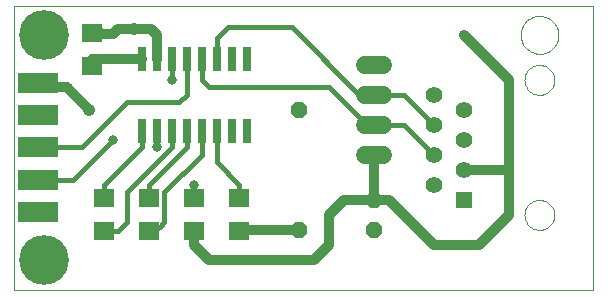
<source format=gtl>
G75*
G70*
%OFA0B0*%
%FSLAX24Y24*%
%IPPOS*%
%LPD*%
%AMOC8*
5,1,8,0,0,1.08239X$1,22.5*
%
%ADD10C,0.0000*%
%ADD11R,0.0260X0.0800*%
%ADD12R,0.0709X0.0630*%
%ADD13OC8,0.0520*%
%ADD14C,0.0554*%
%ADD15R,0.0554X0.0554*%
%ADD16R,0.1378X0.0669*%
%ADD17C,0.0600*%
%ADD18C,0.0320*%
%ADD19C,0.0413*%
%ADD20C,0.0356*%
%ADD21C,0.0160*%
%ADD22C,0.0317*%
%ADD23C,0.1660*%
D10*
X004777Y002056D02*
X004777Y011505D01*
X024069Y011505D01*
X024069Y002056D01*
X004777Y002056D01*
X021777Y004556D02*
X021779Y004600D01*
X021785Y004644D01*
X021795Y004687D01*
X021808Y004729D01*
X021825Y004770D01*
X021846Y004809D01*
X021870Y004846D01*
X021897Y004881D01*
X021927Y004913D01*
X021960Y004943D01*
X021996Y004969D01*
X022033Y004993D01*
X022073Y005012D01*
X022114Y005029D01*
X022157Y005041D01*
X022200Y005050D01*
X022244Y005055D01*
X022288Y005056D01*
X022332Y005053D01*
X022376Y005046D01*
X022419Y005035D01*
X022461Y005021D01*
X022501Y005003D01*
X022540Y004981D01*
X022576Y004957D01*
X022610Y004929D01*
X022642Y004898D01*
X022671Y004864D01*
X022697Y004828D01*
X022719Y004790D01*
X022738Y004750D01*
X022753Y004708D01*
X022765Y004666D01*
X022773Y004622D01*
X022777Y004578D01*
X022777Y004534D01*
X022773Y004490D01*
X022765Y004446D01*
X022753Y004404D01*
X022738Y004362D01*
X022719Y004322D01*
X022697Y004284D01*
X022671Y004248D01*
X022642Y004214D01*
X022610Y004183D01*
X022576Y004155D01*
X022540Y004131D01*
X022501Y004109D01*
X022461Y004091D01*
X022419Y004077D01*
X022376Y004066D01*
X022332Y004059D01*
X022288Y004056D01*
X022244Y004057D01*
X022200Y004062D01*
X022157Y004071D01*
X022114Y004083D01*
X022073Y004100D01*
X022033Y004119D01*
X021996Y004143D01*
X021960Y004169D01*
X021927Y004199D01*
X021897Y004231D01*
X021870Y004266D01*
X021846Y004303D01*
X021825Y004342D01*
X021808Y004383D01*
X021795Y004425D01*
X021785Y004468D01*
X021779Y004512D01*
X021777Y004556D01*
X021777Y009056D02*
X021779Y009100D01*
X021785Y009144D01*
X021795Y009187D01*
X021808Y009229D01*
X021825Y009270D01*
X021846Y009309D01*
X021870Y009346D01*
X021897Y009381D01*
X021927Y009413D01*
X021960Y009443D01*
X021996Y009469D01*
X022033Y009493D01*
X022073Y009512D01*
X022114Y009529D01*
X022157Y009541D01*
X022200Y009550D01*
X022244Y009555D01*
X022288Y009556D01*
X022332Y009553D01*
X022376Y009546D01*
X022419Y009535D01*
X022461Y009521D01*
X022501Y009503D01*
X022540Y009481D01*
X022576Y009457D01*
X022610Y009429D01*
X022642Y009398D01*
X022671Y009364D01*
X022697Y009328D01*
X022719Y009290D01*
X022738Y009250D01*
X022753Y009208D01*
X022765Y009166D01*
X022773Y009122D01*
X022777Y009078D01*
X022777Y009034D01*
X022773Y008990D01*
X022765Y008946D01*
X022753Y008904D01*
X022738Y008862D01*
X022719Y008822D01*
X022697Y008784D01*
X022671Y008748D01*
X022642Y008714D01*
X022610Y008683D01*
X022576Y008655D01*
X022540Y008631D01*
X022501Y008609D01*
X022461Y008591D01*
X022419Y008577D01*
X022376Y008566D01*
X022332Y008559D01*
X022288Y008556D01*
X022244Y008557D01*
X022200Y008562D01*
X022157Y008571D01*
X022114Y008583D01*
X022073Y008600D01*
X022033Y008619D01*
X021996Y008643D01*
X021960Y008669D01*
X021927Y008699D01*
X021897Y008731D01*
X021870Y008766D01*
X021846Y008803D01*
X021825Y008842D01*
X021808Y008883D01*
X021795Y008925D01*
X021785Y008968D01*
X021779Y009012D01*
X021777Y009056D01*
X021647Y010556D02*
X021649Y010606D01*
X021655Y010656D01*
X021665Y010705D01*
X021679Y010753D01*
X021696Y010800D01*
X021717Y010845D01*
X021742Y010889D01*
X021770Y010930D01*
X021802Y010969D01*
X021836Y011006D01*
X021873Y011040D01*
X021913Y011070D01*
X021955Y011097D01*
X021999Y011121D01*
X022045Y011142D01*
X022092Y011158D01*
X022140Y011171D01*
X022190Y011180D01*
X022239Y011185D01*
X022290Y011186D01*
X022340Y011183D01*
X022389Y011176D01*
X022438Y011165D01*
X022486Y011150D01*
X022532Y011132D01*
X022577Y011110D01*
X022620Y011084D01*
X022661Y011055D01*
X022700Y011023D01*
X022736Y010988D01*
X022768Y010950D01*
X022798Y010910D01*
X022825Y010867D01*
X022848Y010823D01*
X022867Y010777D01*
X022883Y010729D01*
X022895Y010680D01*
X022903Y010631D01*
X022907Y010581D01*
X022907Y010531D01*
X022903Y010481D01*
X022895Y010432D01*
X022883Y010383D01*
X022867Y010335D01*
X022848Y010289D01*
X022825Y010245D01*
X022798Y010202D01*
X022768Y010162D01*
X022736Y010124D01*
X022700Y010089D01*
X022661Y010057D01*
X022620Y010028D01*
X022577Y010002D01*
X022532Y009980D01*
X022486Y009962D01*
X022438Y009947D01*
X022389Y009936D01*
X022340Y009929D01*
X022290Y009926D01*
X022239Y009927D01*
X022190Y009932D01*
X022140Y009941D01*
X022092Y009954D01*
X022045Y009970D01*
X021999Y009991D01*
X021955Y010015D01*
X021913Y010042D01*
X021873Y010072D01*
X021836Y010106D01*
X021802Y010143D01*
X021770Y010182D01*
X021742Y010223D01*
X021717Y010267D01*
X021696Y010312D01*
X021679Y010359D01*
X021665Y010407D01*
X021655Y010456D01*
X021649Y010506D01*
X021647Y010556D01*
D11*
X012527Y009766D03*
X012027Y009766D03*
X011527Y009766D03*
X011027Y009766D03*
X010527Y009766D03*
X010027Y009766D03*
X009527Y009766D03*
X009027Y009766D03*
X009027Y007346D03*
X009527Y007346D03*
X010027Y007346D03*
X010527Y007346D03*
X011027Y007346D03*
X011527Y007346D03*
X012027Y007346D03*
X012527Y007346D03*
D12*
X012277Y005107D03*
X010777Y005107D03*
X009277Y005107D03*
X007777Y005107D03*
X007777Y004005D03*
X009277Y004005D03*
X010777Y004005D03*
X012277Y004005D03*
X007377Y009505D03*
X007377Y010607D03*
D13*
X014277Y008056D03*
X016777Y005056D03*
X016777Y004056D03*
X014277Y004056D03*
D14*
X018777Y005556D03*
X019777Y006056D03*
X018777Y006556D03*
X019777Y007056D03*
X018777Y007556D03*
X019777Y008056D03*
X018777Y008556D03*
D15*
X019777Y005056D03*
D16*
X005567Y004646D03*
X005567Y005726D03*
X005567Y006806D03*
X005567Y007886D03*
X005567Y008966D03*
D17*
X016477Y008556D02*
X017077Y008556D01*
X017077Y007556D02*
X016477Y007556D01*
X016477Y006556D02*
X017077Y006556D01*
X017077Y009556D02*
X016477Y009556D01*
D18*
X019777Y010556D02*
X021277Y009056D01*
X021277Y006056D01*
X021277Y004556D01*
X020277Y003556D01*
X018777Y003556D01*
X017277Y005056D01*
X016777Y005056D01*
X016777Y006556D01*
X016777Y005056D02*
X015777Y005056D01*
X015277Y004556D01*
X015277Y003556D01*
X014777Y003056D01*
X011277Y003056D01*
X010777Y003556D01*
X010777Y004005D01*
X012384Y004056D02*
X014277Y004056D01*
X019777Y006056D02*
X021277Y006056D01*
X009527Y009766D02*
X009527Y010556D01*
X009327Y010756D01*
X008777Y010756D01*
X008227Y010756D01*
X008071Y010600D01*
X007377Y010607D01*
X007377Y009766D02*
X009027Y009766D01*
X007377Y009766D02*
X007377Y009505D01*
X006527Y008806D02*
X007277Y008056D01*
X006527Y008806D02*
X005557Y008806D01*
X005527Y008836D01*
X005567Y008966D01*
D19*
X007277Y008056D03*
X008777Y010756D03*
D20*
X008077Y009756D03*
X019777Y010556D03*
D21*
X017777Y008556D02*
X016777Y008556D01*
X016277Y008556D01*
X014027Y010806D01*
X011881Y010806D01*
X011527Y010453D01*
X011527Y009766D01*
X011027Y009766D02*
X011027Y009056D01*
X011277Y008806D01*
X015277Y008806D01*
X016527Y007556D01*
X016777Y007556D01*
X017777Y007556D01*
X018777Y006556D01*
X018777Y007556D02*
X017777Y008556D01*
X012277Y005556D02*
X012277Y005107D01*
X012277Y005556D02*
X011527Y006306D01*
X011527Y007346D01*
X011027Y007346D02*
X011027Y006556D01*
X009777Y005306D01*
X009777Y004306D01*
X009634Y004162D01*
X009277Y004005D01*
X008527Y004306D02*
X008527Y005306D01*
X010027Y006806D01*
X010027Y007346D01*
X009527Y007346D02*
X009527Y006806D01*
X009027Y006806D02*
X007777Y005556D01*
X007777Y005107D01*
X006717Y005726D02*
X005567Y005726D01*
X006717Y005726D02*
X008047Y007056D01*
X009027Y006806D02*
X009027Y007346D01*
X010527Y007346D02*
X010527Y006806D01*
X009277Y005556D01*
X009277Y005107D01*
X008527Y004306D02*
X008227Y004006D01*
X007777Y004005D01*
X010777Y005107D02*
X010777Y005556D01*
X008527Y008306D02*
X007027Y006806D01*
X005567Y006806D01*
X008527Y008306D02*
X010277Y008306D01*
X010527Y008556D01*
X010527Y009766D01*
X010027Y009766D02*
X010027Y009056D01*
D22*
X010027Y009056D03*
X008047Y007056D03*
X009527Y006806D03*
X010777Y005556D03*
D23*
X005777Y003056D03*
X005777Y010556D03*
M02*

</source>
